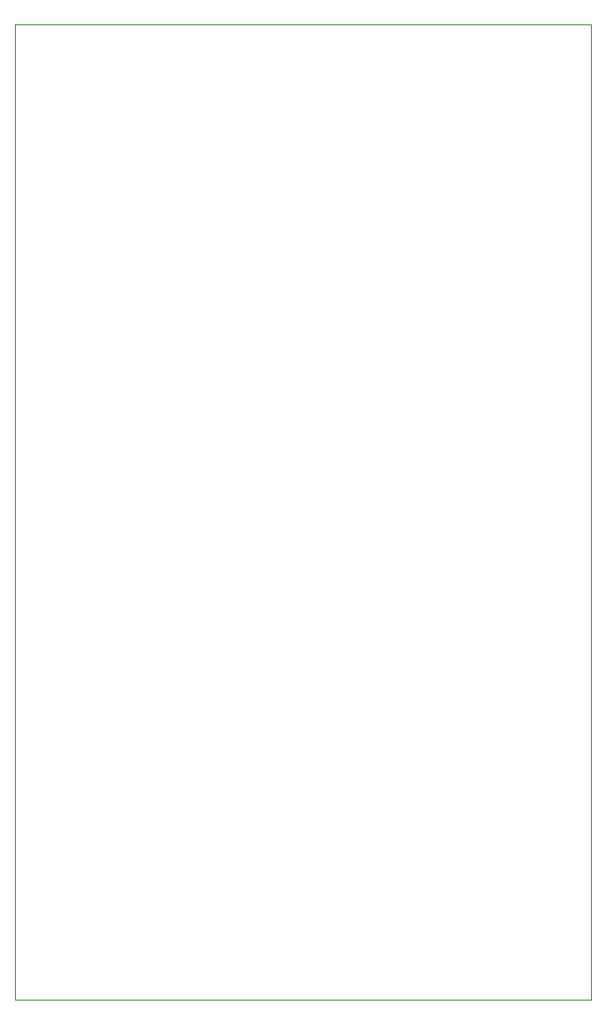
<source format=gbr>
G04*
G04 #@! TF.GenerationSoftware,Altium Limited,Altium Designer,24.6.1 (21)*
G04*
G04 Layer_Color=0*
%FSLAX25Y25*%
%MOIN*%
G70*
G04*
G04 #@! TF.SameCoordinates,3E969972-8C0A-4DBC-9D31-E8772DB7AAD8*
G04*
G04*
G04 #@! TF.FilePolarity,Positive*
G04*
G01*
G75*
%ADD67C,0.00100*%
D67*
X252000Y187847D02*
X457000D01*
Y534846D01*
X252000D01*
Y187847D01*
M02*

</source>
